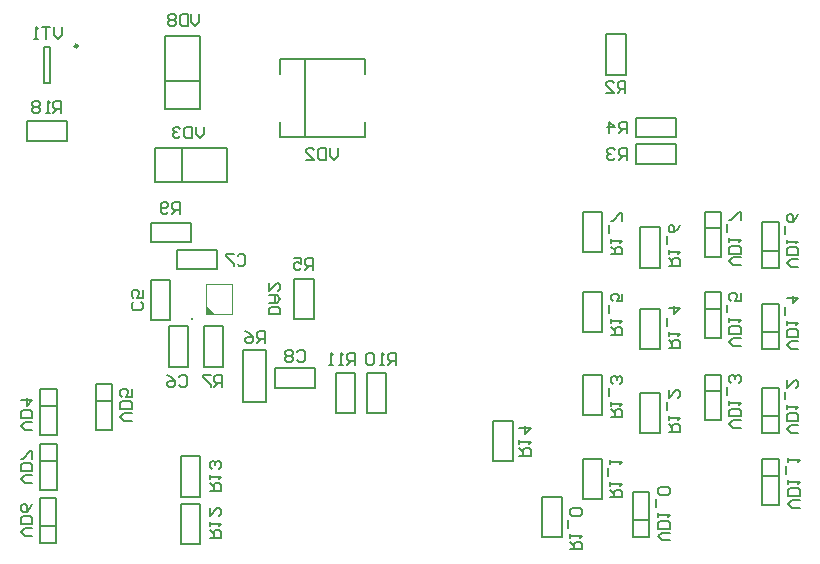
<source format=gbo>
G04*
G04 #@! TF.GenerationSoftware,Altium Limited,Altium Designer,21.7.2 (23)*
G04*
G04 Layer_Color=39423*
%FSLAX44Y44*%
%MOMM*%
G71*
G04*
G04 #@! TF.SameCoordinates,E4638E92-537D-4F49-80B5-2F4EAB31F582*
G04*
G04*
G04 #@! TF.FilePolarity,Positive*
G04*
G01*
G75*
%ADD10C,0.2500*%
%ADD12C,0.2000*%
%ADD20C,0.1800*%
%ADD79C,0.3000*%
%ADD80C,0.1000*%
G36*
X757000Y707250D02*
X764500D01*
X757000Y714750D01*
Y707250D01*
D02*
G37*
D10*
X648250Y934000D02*
G03*
X648250Y934000I-1250J0D01*
G01*
D12*
X1228010Y746412D02*
X1242010D01*
X1228010D02*
Y784912D01*
X1242010D01*
Y746412D02*
Y784912D01*
X1228010Y760662D02*
X1242010D01*
X732000Y744750D02*
Y761250D01*
X766000Y744750D02*
Y761250D01*
X732000Y744750D02*
X766000D01*
X732000Y761250D02*
X766000D01*
X605000Y853750D02*
Y870250D01*
X639000Y853750D02*
Y870250D01*
X605000Y853750D02*
X639000D01*
X605000Y870250D02*
X639000D01*
X619500Y903000D02*
Y933000D01*
Y903000D02*
X624500D01*
Y933000D01*
X619500D02*
X624500D01*
X722500Y904000D02*
X751500D01*
X722500Y942500D02*
X751500D01*
X722500Y881000D02*
Y942500D01*
Y881000D02*
X751500D01*
Y942500D01*
X663750Y647750D02*
X677750D01*
Y609250D02*
Y647750D01*
X663750Y609250D02*
X677750D01*
X663750D02*
Y647750D01*
Y633500D02*
X677750D01*
X736500Y818750D02*
Y847750D01*
X775000Y818750D02*
Y847750D01*
X713500D02*
X775000D01*
X713500Y818750D02*
Y847750D01*
Y818750D02*
X775000D01*
X893000Y657250D02*
X909500D01*
X893000Y623250D02*
X909500D01*
X893000D02*
Y657250D01*
X909500Y623250D02*
Y657250D01*
X866667D02*
X883167D01*
X866667Y623250D02*
X883167D01*
X866667D02*
Y657250D01*
X883167Y623250D02*
Y657250D01*
X1076049Y793701D02*
X1092549D01*
X1076049Y759701D02*
X1092549D01*
X1076049D02*
Y793701D01*
X1092549Y759701D02*
Y793701D01*
X1124692Y746412D02*
X1141192D01*
X1124692Y780412D02*
X1141192D01*
Y746412D02*
Y780412D01*
X1124692Y746412D02*
Y780412D01*
X1076049Y725542D02*
X1092550D01*
X1076049Y691542D02*
X1092550D01*
X1076049D02*
Y725542D01*
X1092550Y691542D02*
Y725542D01*
X1124692Y677326D02*
X1141192D01*
X1124692Y711326D02*
X1141192D01*
Y677326D02*
Y711326D01*
X1124692Y677326D02*
Y711326D01*
X1124692Y606059D02*
X1141192D01*
X1124692Y640059D02*
X1141192D01*
Y606059D02*
Y640059D01*
X1124692Y606059D02*
Y640059D01*
X815500Y661250D02*
X849500D01*
X815500Y644750D02*
X849500D01*
Y661250D01*
X815500Y644750D02*
Y661250D01*
X755000Y696547D02*
X771500D01*
X755000Y662547D02*
X771500D01*
X755000D02*
Y696547D01*
X771500Y662547D02*
Y696547D01*
X725250Y662547D02*
Y696547D01*
X741750Y662547D02*
Y696547D01*
X725250D02*
X741750D01*
X725250Y662547D02*
X741750D01*
X831750Y737000D02*
X848250D01*
X831750Y703000D02*
X848250D01*
X831750D02*
Y737000D01*
X848250Y703000D02*
Y737000D01*
X710170Y702000D02*
Y736000D01*
X726670Y702000D02*
Y736000D01*
X710170D02*
X726670D01*
X710170Y702000D02*
X726670D01*
X710000Y767750D02*
Y784250D01*
X744000Y767750D02*
Y784250D01*
X710000Y767750D02*
X744000D01*
X710000Y784250D02*
X744000D01*
X788133Y632434D02*
Y676434D01*
X808133Y632434D02*
Y676434D01*
X788133D02*
X808133D01*
X788133Y632434D02*
X808133D01*
X891500Y857000D02*
Y870000D01*
X819500Y857000D02*
X891500D01*
X819500D02*
Y870000D01*
Y910000D02*
Y923000D01*
X891500D01*
Y910000D02*
Y923000D01*
X840500Y857000D02*
Y923000D01*
X1000250Y616750D02*
X1016750D01*
X1000250Y582750D02*
X1016750D01*
X1000250D02*
Y616750D01*
X1016750Y582750D02*
Y616750D01*
X616207Y527361D02*
X630207D01*
Y513111D02*
Y551612D01*
X616207D02*
X630207D01*
X616207Y513111D02*
Y551612D01*
Y513111D02*
X630207D01*
X616500Y582692D02*
X630500D01*
X616500Y558442D02*
Y596942D01*
Y558442D02*
X630500D01*
Y596942D01*
X616500D02*
X630500D01*
X735750Y512000D02*
X752250D01*
X735750Y546000D02*
X752250D01*
Y512000D02*
Y546000D01*
X735750Y512000D02*
Y546000D01*
X735750Y586491D02*
X752250D01*
X735750Y552491D02*
X752250D01*
X735750D02*
Y586491D01*
X752250Y552491D02*
Y586491D01*
X1179148Y779451D02*
X1193148D01*
X1179148Y755201D02*
Y793701D01*
Y755201D02*
X1193148D01*
Y793701D01*
X1179148D02*
X1193148D01*
X1155000Y834127D02*
Y850627D01*
X1121000Y834127D02*
Y850627D01*
X1155000D01*
X1121000Y834127D02*
X1155000D01*
X1121000Y856750D02*
Y873250D01*
X1155000Y856750D02*
Y873250D01*
X1121000Y856750D02*
X1155000D01*
X1121000Y873250D02*
X1155000D01*
X1095750Y909750D02*
X1112250D01*
X1095750Y943750D02*
X1112250D01*
Y909750D02*
Y943750D01*
X1095750Y909750D02*
Y943750D01*
X1179148Y711292D02*
X1193148D01*
X1179148Y687042D02*
Y725542D01*
Y687042D02*
X1193148D01*
Y725542D01*
X1179148D02*
X1193148D01*
X616500Y629246D02*
X630500D01*
X616500Y604996D02*
Y643496D01*
Y604996D02*
X630500D01*
Y643496D01*
X616500D02*
X630500D01*
X1228010Y691576D02*
X1242010D01*
Y677326D02*
Y715826D01*
X1228010D02*
X1242010D01*
X1228010Y677326D02*
Y715826D01*
Y677326D02*
X1242010D01*
X1076049Y655744D02*
X1092549D01*
X1076049Y621744D02*
X1092549D01*
X1076049D02*
Y655744D01*
X1092549Y621744D02*
Y655744D01*
X1228010Y620309D02*
X1242010D01*
Y606059D02*
Y644559D01*
X1228010D02*
X1242010D01*
X1228010Y606059D02*
Y644559D01*
Y606059D02*
X1242010D01*
X1076049Y584250D02*
X1092550D01*
X1076049Y550250D02*
X1092550D01*
X1076049D02*
Y584250D01*
X1092550Y550250D02*
Y584250D01*
X1041750Y518000D02*
X1058250D01*
X1041750Y552000D02*
X1058250D01*
Y518000D02*
Y552000D01*
X1041750Y518000D02*
Y552000D01*
X1179148Y641494D02*
X1193148D01*
X1179148Y617244D02*
Y655744D01*
Y617244D02*
X1193148D01*
Y655744D01*
X1179148D02*
X1193148D01*
X1118140Y532250D02*
X1132140D01*
Y518000D02*
Y556500D01*
X1118140D02*
X1132140D01*
X1118140Y518000D02*
Y556500D01*
Y518000D02*
X1132140D01*
X1228010Y570000D02*
X1242010D01*
X1228010Y545750D02*
Y584250D01*
Y545750D02*
X1242010D01*
Y584250D01*
X1228010D02*
X1242010D01*
D20*
X634663Y949998D02*
Y943334D01*
X631331Y940002D01*
X627998Y943334D01*
Y949998D01*
X624666D02*
X618002D01*
X621334D01*
Y940002D01*
X614669D02*
X611337D01*
X613003D01*
Y949998D01*
X614669Y948332D01*
X751329Y960998D02*
Y954334D01*
X747997Y951002D01*
X744665Y954334D01*
Y960998D01*
X741332D02*
Y951002D01*
X736334D01*
X734668Y952668D01*
Y959332D01*
X736334Y960998D01*
X741332D01*
X731336Y959332D02*
X729669Y960998D01*
X726337D01*
X724671Y959332D01*
Y957666D01*
X726337Y956000D01*
X724671Y954334D01*
Y952668D01*
X726337Y951002D01*
X729669D01*
X731336Y952668D01*
Y954334D01*
X729669Y956000D01*
X731336Y957666D01*
Y959332D01*
X729669Y956000D02*
X726337D01*
X634496Y877002D02*
Y886998D01*
X629498D01*
X627831Y885332D01*
Y882000D01*
X629498Y880334D01*
X634496D01*
X631164D02*
X627831Y877002D01*
X624499D02*
X621167D01*
X622833D01*
Y886998D01*
X624499Y885332D01*
X616169D02*
X614502Y886998D01*
X611170D01*
X609504Y885332D01*
Y883666D01*
X611170Y882000D01*
X609504Y880334D01*
Y878668D01*
X611170Y877002D01*
X614502D01*
X616169Y878668D01*
Y880334D01*
X614502Y882000D01*
X616169Y883666D01*
Y885332D01*
X614502Y882000D02*
X611170D01*
X609998Y564171D02*
X603334D01*
X600002Y567503D01*
X603334Y570835D01*
X609998D01*
Y574168D02*
X600002D01*
Y579166D01*
X601668Y580832D01*
X608332D01*
X609998Y579166D01*
Y574168D01*
Y584165D02*
Y590829D01*
X608332D01*
X601668Y584165D01*
X600002D01*
X609998Y519171D02*
X603334D01*
X600002Y522503D01*
X603334Y525835D01*
X609998D01*
Y529168D02*
X600002D01*
Y534166D01*
X601668Y535832D01*
X608332D01*
X609998Y534166D01*
Y529168D01*
Y545829D02*
X608332Y542497D01*
X605000Y539165D01*
X601668D01*
X600002Y540831D01*
Y544163D01*
X601668Y545829D01*
X603334D01*
X605000Y544163D01*
Y539165D01*
X694118Y616695D02*
X687454D01*
X684122Y620028D01*
X687454Y623360D01*
X694118D01*
Y626692D02*
X684122D01*
Y631690D01*
X685788Y633357D01*
X692452D01*
X694118Y631690D01*
Y626692D01*
Y643353D02*
Y636689D01*
X689120D01*
X690786Y640021D01*
Y641687D01*
X689120Y643353D01*
X685788D01*
X684122Y641687D01*
Y638355D01*
X685788Y636689D01*
X609998Y609171D02*
X603334D01*
X600002Y612503D01*
X603334Y615835D01*
X609998D01*
Y619168D02*
X600002D01*
Y624166D01*
X601668Y625832D01*
X608332D01*
X609998Y624166D01*
Y619168D01*
X600002Y634163D02*
X609998D01*
X605000Y629165D01*
Y635829D01*
X755329Y865748D02*
Y859084D01*
X751997Y855752D01*
X748664Y859084D01*
Y865748D01*
X745332D02*
Y855752D01*
X740334D01*
X738668Y857418D01*
Y864082D01*
X740334Y865748D01*
X745332D01*
X735335Y864082D02*
X733669Y865748D01*
X730337D01*
X728671Y864082D01*
Y862416D01*
X730337Y860750D01*
X732003D01*
X730337D01*
X728671Y859084D01*
Y857418D01*
X730337Y855752D01*
X733669D01*
X735335Y857418D01*
X868329Y847498D02*
Y840834D01*
X864997Y837502D01*
X861665Y840834D01*
Y847498D01*
X858332D02*
Y837502D01*
X853334D01*
X851668Y839168D01*
Y845832D01*
X853334Y847498D01*
X858332D01*
X841671Y837502D02*
X848335D01*
X841671Y844166D01*
Y845832D01*
X843337Y847498D01*
X846669D01*
X848335Y845832D01*
X1209582Y748257D02*
X1202917D01*
X1199585Y751590D01*
X1202917Y754922D01*
X1209582D01*
Y758254D02*
X1199585D01*
Y763252D01*
X1201251Y764919D01*
X1207915D01*
X1209582Y763252D01*
Y758254D01*
X1199585Y768251D02*
Y771583D01*
Y769917D01*
X1209582D01*
X1207915Y768251D01*
X1197918Y776581D02*
Y783246D01*
X1209582Y786578D02*
Y793243D01*
X1207915D01*
X1201251Y786578D01*
X1199585D01*
X1258581Y746757D02*
X1251917D01*
X1248585Y750089D01*
X1251917Y753422D01*
X1258581D01*
Y756754D02*
X1248585D01*
Y761752D01*
X1250251Y763419D01*
X1256915D01*
X1258581Y761752D01*
Y756754D01*
X1248585Y766751D02*
Y770083D01*
Y768417D01*
X1258581D01*
X1256915Y766751D01*
X1246919Y775081D02*
Y781746D01*
X1258581Y791743D02*
X1256915Y788410D01*
X1253583Y785078D01*
X1250251D01*
X1248585Y786744D01*
Y790077D01*
X1250251Y791743D01*
X1251917D01*
X1253583Y790077D01*
Y785078D01*
X1209582Y680098D02*
X1202917D01*
X1199585Y683431D01*
X1202917Y686763D01*
X1209582D01*
Y690095D02*
X1199585D01*
Y695094D01*
X1201251Y696760D01*
X1207915D01*
X1209582Y695094D01*
Y690095D01*
X1199585Y700092D02*
Y703424D01*
Y701758D01*
X1209582D01*
X1207915Y700092D01*
X1197919Y708423D02*
Y715087D01*
X1209582Y725084D02*
Y718419D01*
X1204583D01*
X1206249Y721752D01*
Y723418D01*
X1204583Y725084D01*
X1201251D01*
X1199585Y723418D01*
Y720086D01*
X1201251Y718419D01*
X1258581Y677671D02*
X1251917D01*
X1248585Y681003D01*
X1251917Y684335D01*
X1258581D01*
Y687668D02*
X1248585D01*
Y692666D01*
X1250251Y694332D01*
X1256915D01*
X1258581Y692666D01*
Y687668D01*
X1248585Y697665D02*
Y700997D01*
Y699331D01*
X1258581D01*
X1256915Y697665D01*
X1246918Y705995D02*
Y712660D01*
X1248585Y720990D02*
X1258581D01*
X1253583Y715992D01*
Y722656D01*
X1209582Y610300D02*
X1202917D01*
X1199585Y613633D01*
X1202917Y616965D01*
X1209582D01*
Y620297D02*
X1199585D01*
Y625296D01*
X1201251Y626962D01*
X1207915D01*
X1209582Y625296D01*
Y620297D01*
X1199585Y630294D02*
Y633626D01*
Y631960D01*
X1209582D01*
X1207915Y630294D01*
X1197919Y638625D02*
Y645289D01*
X1207915Y648621D02*
X1209582Y650287D01*
Y653620D01*
X1207915Y655286D01*
X1206249D01*
X1204583Y653620D01*
Y651954D01*
Y653620D01*
X1202917Y655286D01*
X1201251D01*
X1199585Y653620D01*
Y650287D01*
X1201251Y648621D01*
X1258581Y606404D02*
X1251917D01*
X1248584Y609737D01*
X1251917Y613069D01*
X1258581D01*
Y616401D02*
X1248584D01*
Y621400D01*
X1250250Y623066D01*
X1256915D01*
X1258581Y621400D01*
Y616401D01*
X1248584Y626398D02*
Y629730D01*
Y628064D01*
X1258581D01*
X1256915Y626398D01*
X1246918Y634729D02*
Y641393D01*
X1248584Y651390D02*
Y644725D01*
X1255249Y651390D01*
X1256915D01*
X1258581Y649724D01*
Y646392D01*
X1256915Y644725D01*
X1259582Y543173D02*
X1252917D01*
X1249585Y546506D01*
X1252917Y549838D01*
X1259582D01*
Y553170D02*
X1249585D01*
Y558168D01*
X1251251Y559835D01*
X1257915D01*
X1259582Y558168D01*
Y553170D01*
X1249585Y563167D02*
Y566499D01*
Y564833D01*
X1259582D01*
X1257915Y563167D01*
X1247919Y571498D02*
Y578162D01*
X1249585Y581494D02*
Y584827D01*
Y583161D01*
X1259582D01*
X1257915Y581494D01*
X1149940Y515377D02*
X1143276D01*
X1139944Y518710D01*
X1143276Y522042D01*
X1149940D01*
Y525374D02*
X1139944D01*
Y530373D01*
X1141610Y532039D01*
X1148274D01*
X1149940Y530373D01*
Y525374D01*
X1139944Y535371D02*
Y538703D01*
Y537037D01*
X1149940D01*
X1148274Y535371D01*
X1138278Y543702D02*
Y550366D01*
X1148274Y553698D02*
X1149940Y555364D01*
Y558697D01*
X1148274Y560363D01*
X1141610D01*
X1139944Y558697D01*
Y555364D01*
X1141610Y553698D01*
X1148274D01*
X1022289Y587157D02*
X1032286D01*
Y592155D01*
X1030620Y593822D01*
X1027287D01*
X1025621Y592155D01*
Y587157D01*
Y590489D02*
X1022289Y593822D01*
Y597154D02*
Y600486D01*
Y598820D01*
X1032286D01*
X1030620Y597154D01*
X1022289Y610483D02*
X1032286D01*
X1027287Y605485D01*
Y612149D01*
X760002Y557504D02*
X769998D01*
Y562502D01*
X768332Y564169D01*
X765000D01*
X763334Y562502D01*
Y557504D01*
Y560836D02*
X760002Y564169D01*
Y567501D02*
Y570833D01*
Y569167D01*
X769998D01*
X768332Y567501D01*
Y575831D02*
X769998Y577498D01*
Y580830D01*
X768332Y582496D01*
X766666D01*
X765000Y580830D01*
Y579164D01*
Y580830D01*
X763334Y582496D01*
X761668D01*
X760002Y580830D01*
Y577498D01*
X761668Y575831D01*
X760002Y517504D02*
X769998D01*
Y522502D01*
X768332Y524169D01*
X765000D01*
X763334Y522502D01*
Y517504D01*
Y520836D02*
X760002Y524169D01*
Y527501D02*
Y530833D01*
Y529167D01*
X769998D01*
X768332Y527501D01*
X760002Y542496D02*
Y535831D01*
X766666Y542496D01*
X768332D01*
X769998Y540830D01*
Y537498D01*
X768332Y535831D01*
X882830Y664002D02*
Y673998D01*
X877831D01*
X876165Y672332D01*
Y669000D01*
X877831Y667334D01*
X882830D01*
X879498D02*
X876165Y664002D01*
X872833D02*
X869501D01*
X871167D01*
Y673998D01*
X872833Y672332D01*
X864502Y664002D02*
X861170D01*
X862836D01*
Y673998D01*
X864502Y672332D01*
X917496Y664002D02*
Y673998D01*
X912498D01*
X910832Y672332D01*
Y669000D01*
X912498Y667334D01*
X917496D01*
X914164D02*
X910832Y664002D01*
X907499D02*
X904167D01*
X905833D01*
Y673998D01*
X907499Y672332D01*
X899168D02*
X897502Y673998D01*
X894170D01*
X892504Y672332D01*
Y665668D01*
X894170Y664002D01*
X897502D01*
X899168Y665668D01*
Y672332D01*
X735161Y791634D02*
Y801630D01*
X730162D01*
X728496Y799964D01*
Y796632D01*
X730162Y794966D01*
X735161D01*
X731828D02*
X728496Y791634D01*
X725164Y793300D02*
X723498Y791634D01*
X720165D01*
X718499Y793300D01*
Y799964D01*
X720165Y801630D01*
X723498D01*
X725164Y799964D01*
Y798298D01*
X723498Y796632D01*
X718499D01*
X770831Y645002D02*
Y654998D01*
X765832D01*
X764166Y653332D01*
Y650000D01*
X765832Y648334D01*
X770831D01*
X767498D02*
X764166Y645002D01*
X760834Y654998D02*
X754169D01*
Y653332D01*
X760834Y646668D01*
Y645002D01*
X806512Y682775D02*
Y692772D01*
X801513D01*
X799847Y691105D01*
Y687773D01*
X801513Y686107D01*
X806512D01*
X803179D02*
X799847Y682775D01*
X789850Y692772D02*
X793183Y691105D01*
X796515Y687773D01*
Y684441D01*
X794849Y682775D01*
X791516D01*
X789850Y684441D01*
Y686107D01*
X791516Y687773D01*
X796515D01*
X847788Y744153D02*
Y754149D01*
X842790D01*
X841124Y752483D01*
Y749151D01*
X842790Y747485D01*
X847788D01*
X844456D02*
X841124Y744153D01*
X831127Y754149D02*
X837791D01*
Y749151D01*
X834459Y750817D01*
X832793D01*
X831127Y749151D01*
Y745819D01*
X832793Y744153D01*
X836125D01*
X837791Y745819D01*
X1113331Y860002D02*
Y869998D01*
X1108332D01*
X1106666Y868332D01*
Y865000D01*
X1108332Y863334D01*
X1113331D01*
X1109998D02*
X1106666Y860002D01*
X1098335D02*
Y869998D01*
X1103334Y865000D01*
X1096669D01*
X1113380Y837365D02*
Y847362D01*
X1108381D01*
X1106715Y845695D01*
Y842363D01*
X1108381Y840697D01*
X1113380D01*
X1110047D02*
X1106715Y837365D01*
X1103383Y845695D02*
X1101717Y847362D01*
X1098384D01*
X1096718Y845695D01*
Y844029D01*
X1098384Y842363D01*
X1100050D01*
X1098384D01*
X1096718Y840697D01*
Y839031D01*
X1098384Y837365D01*
X1101717D01*
X1103383Y839031D01*
X1112081Y894002D02*
Y903998D01*
X1107082D01*
X1105416Y902332D01*
Y899000D01*
X1107082Y897334D01*
X1112081D01*
X1108748D02*
X1105416Y894002D01*
X1095419D02*
X1102084D01*
X1095419Y900666D01*
Y902332D01*
X1097085Y903998D01*
X1100418D01*
X1102084Y902332D01*
X1099585Y757506D02*
X1109581D01*
Y762504D01*
X1107915Y764170D01*
X1104583D01*
X1102917Y762504D01*
Y757506D01*
Y760838D02*
X1099585Y764170D01*
Y767502D02*
Y770835D01*
Y769168D01*
X1109581D01*
X1107915Y767502D01*
X1097918Y775833D02*
Y782497D01*
X1109581Y785830D02*
Y792494D01*
X1107915D01*
X1101251Y785830D01*
X1099585D01*
X1148585Y747756D02*
X1158581D01*
Y752754D01*
X1156915Y754420D01*
X1153583D01*
X1151917Y752754D01*
Y747756D01*
Y751088D02*
X1148585Y754420D01*
Y757752D02*
Y761085D01*
Y759418D01*
X1158581D01*
X1156915Y757752D01*
X1146918Y766083D02*
Y772747D01*
X1158581Y782744D02*
X1156915Y779412D01*
X1153583Y776080D01*
X1150251D01*
X1148585Y777746D01*
Y781078D01*
X1150251Y782744D01*
X1151917D01*
X1153583Y781078D01*
Y776080D01*
X1099585Y689347D02*
X1109582D01*
Y694345D01*
X1107915Y696011D01*
X1104583D01*
X1102917Y694345D01*
Y689347D01*
Y692679D02*
X1099585Y696011D01*
Y699344D02*
Y702676D01*
Y701010D01*
X1109582D01*
X1107915Y699344D01*
X1097919Y707674D02*
Y714339D01*
X1109582Y724335D02*
Y717671D01*
X1104583D01*
X1106249Y721003D01*
Y722669D01*
X1104583Y724335D01*
X1101251D01*
X1099585Y722669D01*
Y719337D01*
X1101251Y717671D01*
X1148585Y678669D02*
X1158581D01*
Y683668D01*
X1156915Y685334D01*
X1153583D01*
X1151917Y683668D01*
Y678669D01*
Y682002D02*
X1148585Y685334D01*
Y688666D02*
Y691998D01*
Y690332D01*
X1158581D01*
X1156915Y688666D01*
X1146918Y696997D02*
Y703661D01*
X1148585Y711992D02*
X1158581D01*
X1153583Y706994D01*
Y713658D01*
X1099585Y619549D02*
X1109582D01*
Y624547D01*
X1107915Y626213D01*
X1104583D01*
X1102917Y624547D01*
Y619549D01*
Y622881D02*
X1099585Y626213D01*
Y629546D02*
Y632878D01*
Y631212D01*
X1109582D01*
X1107915Y629546D01*
X1097919Y637876D02*
Y644541D01*
X1107915Y647873D02*
X1109582Y649539D01*
Y652871D01*
X1107915Y654538D01*
X1106249D01*
X1104583Y652871D01*
Y651205D01*
Y652871D01*
X1102917Y654538D01*
X1101251D01*
X1099585Y652871D01*
Y649539D01*
X1101251Y647873D01*
X1148584Y607403D02*
X1158581D01*
Y612401D01*
X1156915Y614067D01*
X1153583D01*
X1151917Y612401D01*
Y607403D01*
Y610735D02*
X1148584Y614067D01*
Y617400D02*
Y620732D01*
Y619066D01*
X1158581D01*
X1156915Y617400D01*
X1146918Y625730D02*
Y632395D01*
X1148584Y642392D02*
Y635727D01*
X1155249Y642392D01*
X1156915D01*
X1158581Y640725D01*
Y637393D01*
X1156915Y635727D01*
X1099275Y551701D02*
X1109271D01*
Y556699D01*
X1107605Y558365D01*
X1104273D01*
X1102607Y556699D01*
Y551701D01*
Y555033D02*
X1099275Y558365D01*
Y561697D02*
Y565030D01*
Y563364D01*
X1109271D01*
X1107605Y561697D01*
X1097608Y570028D02*
Y576693D01*
X1099275Y580025D02*
Y583357D01*
Y581691D01*
X1109271D01*
X1107605Y580025D01*
X1064963Y507668D02*
X1074959D01*
Y512667D01*
X1073293Y514333D01*
X1069961D01*
X1068295Y512667D01*
Y507668D01*
Y511001D02*
X1064963Y514333D01*
Y517665D02*
Y520997D01*
Y519331D01*
X1074959D01*
X1073293Y517665D01*
X1063297Y525996D02*
Y532660D01*
X1073293Y535993D02*
X1074959Y537659D01*
Y540991D01*
X1073293Y542657D01*
X1066629D01*
X1064963Y540991D01*
Y537659D01*
X1066629Y535993D01*
X1073293D01*
X819998Y706671D02*
X810002D01*
Y711669D01*
X811668Y713335D01*
X818332D01*
X819998Y711669D01*
Y706671D01*
X810002Y716668D02*
X816666D01*
X819998Y720000D01*
X816666Y723332D01*
X810002D01*
X815000D01*
Y716668D01*
X810002Y733329D02*
Y726665D01*
X816666Y733329D01*
X818332D01*
X819998Y731663D01*
Y728331D01*
X818332Y726665D01*
X833916Y674832D02*
X835582Y676498D01*
X838914D01*
X840581Y674832D01*
Y668168D01*
X838914Y666502D01*
X835582D01*
X833916Y668168D01*
X830584Y674832D02*
X828918Y676498D01*
X825585D01*
X823919Y674832D01*
Y673166D01*
X825585Y671500D01*
X823919Y669834D01*
Y668168D01*
X825585Y666502D01*
X828918D01*
X830584Y668168D01*
Y669834D01*
X828918Y671500D01*
X830584Y673166D01*
Y674832D01*
X828918Y671500D02*
X825585D01*
X783666Y756332D02*
X785332Y757998D01*
X788664D01*
X790331Y756332D01*
Y749668D01*
X788664Y748002D01*
X785332D01*
X783666Y749668D01*
X780334Y757998D02*
X773669D01*
Y756332D01*
X780334Y749668D01*
Y748002D01*
X734166Y653332D02*
X735832Y654998D01*
X739165D01*
X740831Y653332D01*
Y646668D01*
X739165Y645002D01*
X735832D01*
X734166Y646668D01*
X724169Y654998D02*
X727502Y653332D01*
X730834Y650000D01*
Y646668D01*
X729168Y645002D01*
X725835D01*
X724169Y646668D01*
Y648334D01*
X725835Y650000D01*
X730834D01*
X702252Y717084D02*
X703918Y715418D01*
Y712085D01*
X702252Y710419D01*
X695588D01*
X693922Y712085D01*
Y715418D01*
X695588Y717084D01*
X703918Y727081D02*
Y720416D01*
X698920D01*
X700586Y723748D01*
Y725414D01*
X698920Y727081D01*
X695588D01*
X693922Y725414D01*
Y722082D01*
X695588Y720416D01*
D79*
X745000Y702500D02*
D03*
D80*
X757000Y707250D02*
Y732250D01*
X779000Y707250D02*
Y732250D01*
X757000Y707250D02*
X779000D01*
X757000Y732250D02*
X779000D01*
M02*

</source>
